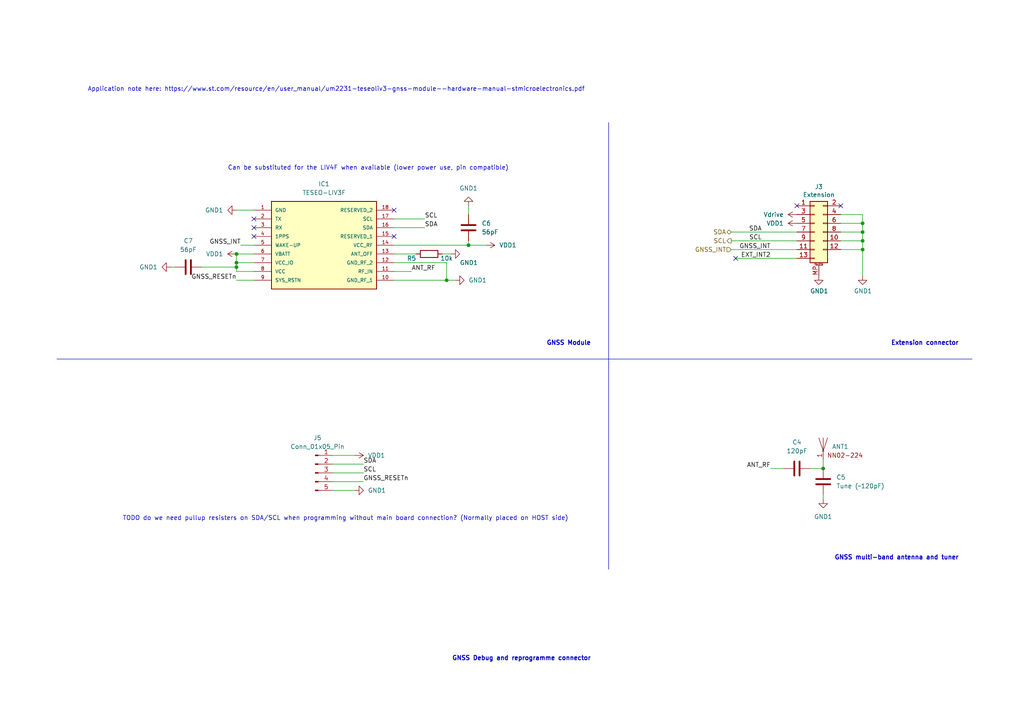
<source format=kicad_sch>
(kicad_sch (version 20230121) (generator eeschema)
  (paper "A4")
  (title_block (title "Herald Wearable GNSS Daughter Board") (rev "0.1") (company "Herald Project") (comment 1 "© 2021-2023 Herald Project Contributors") (comment 2 "Licensed under CERN-OHL-P version 2"))
  (lib_symbols
    (symbol "Connector:Conn_01x05_Pin" (pin_names (offset 1.016) hide)
      (property "Reference" "J" (at 0 7.62 0))
      (property "Value" "Conn_01x05_Pin" (at 0 -7.62 0))
      (symbol "Conn_01x05_Pin_1_1"
        (polyline (pts (xy 1.27 -5.08) (xy 0.8636 -5.08)) (stroke (width 0.1524)))
        (polyline (pts (xy 1.27 -2.54) (xy 0.8636 -2.54)) (stroke (width 0.1524)))
        (polyline (pts (xy 1.27 0) (xy 0.8636 0)) (stroke (width 0.1524)))
        (polyline (pts (xy 1.27 2.54) (xy 0.8636 2.54)) (stroke (width 0.1524)))
        (polyline (pts (xy 1.27 5.08) (xy 0.8636 5.08)) (stroke (width 0.1524)))
        (rectangle (start 0.8636 -4.953) (end 0 -5.207) (stroke (width 0.1524)) (fill (type outline)))
        (rectangle (start 0.8636 -2.413) (end 0 -2.667) (stroke (width 0.1524)) (fill (type outline)))
        (rectangle (start 0.8636 0.127) (end 0 -0.127) (stroke (width 0.1524)) (fill (type outline)))
        (rectangle (start 0.8636 2.667) (end 0 2.413) (stroke (width 0.1524)) (fill (type outline)))
        (rectangle (start 0.8636 5.207) (end 0 4.953) (stroke (width 0.1524)) (fill (type outline)))
        (pin passive line (at 5.08 5.08 180) (length 3.81) (name "Pin_1") (number "1"))
        (pin passive line (at 5.08 2.54 180) (length 3.81) (name "Pin_2") (number "2"))
        (pin passive line (at 5.08 0 180) (length 3.81) (name "Pin_3") (number "3"))
        (pin passive line (at 5.08 -2.54 180) (length 3.81) (name "Pin_4") (number "4"))
        (pin passive line (at 5.08 -5.08 180) (length 3.81) (name "Pin_5") (number "5"))
      )
    )
    (symbol "Connector_Generic_MountingPin:Conn_2Rows-13Pins_MountingPin" (pin_names (offset 1.016) hide)
      (property "Reference" "J" (at 1.27 10.16 0))
      (property "Value" "Conn_2Rows-13Pins_MountingPin" (at 2.54 -10.16 0))
      (symbol "Conn_2Rows-13Pins_MountingPin_1_1"
        (rectangle (start -1.27 -7.493) (end 0 -7.747) (stroke (width 0.1524)))
        (rectangle (start -1.27 -4.953) (end 0 -5.207) (stroke (width 0.1524)))
        (rectangle (start -1.27 -2.413) (end 0 -2.667) (stroke (width 0.1524)))
        (rectangle (start -1.27 0.127) (end 0 -0.127) (stroke (width 0.1524)))
        (rectangle (start -1.27 2.667) (end 0 2.413) (stroke (width 0.1524)))
        (rectangle (start -1.27 5.207) (end 0 4.953) (stroke (width 0.1524)))
        (rectangle (start -1.27 7.747) (end 0 7.493) (stroke (width 0.1524)))
        (rectangle (start -1.27 8.89) (end 3.81 -8.89) (stroke (width 0.254)) (fill (type background)))
        (polyline (pts (xy 0.254 -9.652) (xy 2.286 -9.652)) (stroke (width 0.1524)))
        (rectangle (start 3.81 -4.953) (end 2.54 -5.207) (stroke (width 0.1524)))
        (rectangle (start 3.81 -2.413) (end 2.54 -2.667) (stroke (width 0.1524)))
        (rectangle (start 3.81 0.127) (end 2.54 -0.127) (stroke (width 0.1524)))
        (rectangle (start 3.81 2.667) (end 2.54 2.413) (stroke (width 0.1524)))
        (rectangle (start 3.81 5.207) (end 2.54 4.953) (stroke (width 0.1524)))
        (rectangle (start 3.81 7.747) (end 2.54 7.493) (stroke (width 0.1524)))
        (text "Mounting" (at 1.27 -9.271 0) (effects (font (size 0.381 0.381))))
        (pin passive line (at -5.08 7.62 0) (length 3.81) (name "Pin_1") (number "1"))
        (pin passive line (at 7.62 -2.54 180) (length 3.81) (name "Pin_10") (number "10"))
        (pin passive line (at -5.08 -5.08 0) (length 3.81) (name "Pin_11") (number "11"))
        (pin passive line (at 7.62 -5.08 180) (length 3.81) (name "Pin_12") (number "12"))
        (pin passive line (at -5.08 -7.62 0) (length 3.81) (name "Pin_13") (number "13"))
        (pin passive line (at 7.62 7.62 180) (length 3.81) (name "Pin_2") (number "2"))
        (pin passive line (at -5.08 5.08 0) (length 3.81) (name "Pin_3") (number "3"))
        (pin passive line (at 7.62 5.08 180) (length 3.81) (name "Pin_4") (number "4"))
        (pin passive line (at -5.08 2.54 0) (length 3.81) (name "Pin_5") (number "5"))
        (pin passive line (at 7.62 2.54 180) (length 3.81) (name "Pin_6") (number "6"))
        (pin passive line (at -5.08 0 0) (length 3.81) (name "Pin_7") (number "7"))
        (pin passive line (at 7.62 0 180) (length 3.81) (name "Pin_8") (number "8"))
        (pin passive line (at -5.08 -2.54 0) (length 3.81) (name "Pin_9") (number "9"))
        (pin passive line (at 1.27 -12.7 90) (length 3.048) (name "MountPin") (number "MP"))
      )
    )
    (symbol "Device:C" (pin_numbers hide) (pin_names (offset 0.254))
      (property "Reference" "C" (at 0.635 2.54 0))
      (property "Value" "C" (at 0.635 -2.54 0))
      (symbol "C_0_1"
        (polyline (pts (xy -2.032 -0.762) (xy 2.032 -0.762)) (stroke (width 0.508)))
        (polyline (pts (xy -2.032 0.762) (xy 2.032 0.762)) (stroke (width 0.508)))
      )
      (symbol "C_1_1"
        (pin passive line (at 0 3.81 270) (length 2.794) (name "~") (number "1"))
        (pin passive line (at 0 -3.81 90) (length 2.794) (name "~") (number "2"))
      )
    )
    (symbol "Device:R" (pin_numbers hide) (pin_names (offset 0))
      (property "Reference" "R" (at 2.032 0 90))
      (property "Value" "R" (at 0 0 90))
      (symbol "R_0_1"
        (rectangle (start -1.016 -2.54) (end 1.016 2.54) (stroke (width 0.254)))
      )
      (symbol "R_1_1"
        (pin passive line (at 0 3.81 270) (length 1.27) (name "~") (number "1"))
        (pin passive line (at 0 -3.81 90) (length 1.27) (name "~") (number "2"))
      )
    )
    (symbol "Herald_Extras:TESEO-LIV3F" (pin_names (offset 1.016))
      (property "Reference" "IC" (at 6.35 5.08 0))
      (property "Value" "TESEO-LIV3F" (at 26.67 -25.4 0))
      (symbol "TESEO-LIV3F_0_0"
        (rectangle (start 5.08 -22.86) (end 35.56 2.54) (stroke (width 0.254)) (fill (type background)))
        (pin bidirectional line (at 0 0 0) (length 5.08) (name "GND") (number "1"))
        (pin bidirectional line (at 40.64 -20.32 180) (length 5.08) (name "GND_RF_1") (number "10"))
        (pin bidirectional line (at 40.64 -17.78 180) (length 5.08) (name "RF_IN") (number "11"))
        (pin bidirectional line (at 40.64 -15.24 180) (length 5.08) (name "GND_RF_2") (number "12"))
        (pin bidirectional line (at 40.64 -12.7 180) (length 5.08) (name "ANT_OFF") (number "13"))
        (pin bidirectional line (at 40.64 -10.16 180) (length 5.08) (name "VCC_RF") (number "14"))
        (pin bidirectional line (at 40.64 -7.62 180) (length 5.08) (name "RESERVED_1") (number "15"))
        (pin bidirectional line (at 40.64 -5.08 180) (length 5.08) (name "SDA") (number "16"))
        (pin bidirectional line (at 40.64 -2.54 180) (length 5.08) (name "SCL") (number "17"))
        (pin bidirectional line (at 40.64 0 180) (length 5.08) (name "RESERVED_2") (number "18"))
        (pin bidirectional line (at 0 -2.54 0) (length 5.08) (name "TX") (number "2"))
        (pin bidirectional line (at 0 -5.08 0) (length 5.08) (name "RX") (number "3"))
        (pin bidirectional line (at 0 -7.62 0) (length 5.08) (name "1PPS") (number "4"))
        (pin bidirectional line (at 0 -10.16 0) (length 5.08) (name "WAKE-UP") (number "5"))
        (pin bidirectional line (at 0 -12.7 0) (length 5.08) (name "VBATT") (number "6"))
        (pin bidirectional line (at 0 -15.24 0) (length 5.08) (name "VCC_IO") (number "7"))
        (pin bidirectional line (at 0 -17.78 0) (length 5.08) (name "VCC") (number "8"))
        (pin bidirectional line (at 0 -20.32 0) (length 5.08) (name "SYS_RSTN") (number "9"))
      )
    )
    (symbol "Herald_Extras:VDD1" (power) (pin_names (offset 0))
      (property "Value" "VDD1" (at 0 3.81 0))
      (symbol "VDD1_0_1"
        (polyline (pts (xy -0.762 1.27) (xy 0 2.54)))
        (polyline (pts (xy 0 0) (xy 0 2.54)))
        (polyline (pts (xy 0 2.54) (xy 0.762 1.27)))
      )
      (symbol "VDD1_1_1"
        (pin power_in line (at 0 0 90) (length 0) hide (name "VDD1") (number "1"))
      )
    )
    (symbol "NN02-224_1"
      (property "Reference" "ANT" (at 5.08 1.27 0))
      (symbol "NN02-224_1_0_1"
        (rectangle (start 10.16 -2.54) (end 10.16 -2.54))
      )
      (symbol "NN02-224_1_1_1"
        (polyline (pts (xy 0 0) (xy -1.27 3.81)))
        (polyline (pts (xy 0 0) (xy 0 3.81)))
        (polyline (pts (xy 0 0) (xy 1.27 3.81)))
        (text private "Application Note for GNSS here:-\nhttps://ignion.io/files/AN_GPS-GLONASS-and-BeiDou-in-a-single-antenna.pdf" (at 1.27 -13.97 0) (effects (font (size 0.9 0.9))))
        (text "NN02-224" (at 6.35 -1.27 0) (effects (font (size 1.27 1.27))))
        (text private "RUN mXTEND" (at 8.89 -7.62 0) (effects (font (size 1.27 1.27))))
        (text private "Symbol provided by The Herald Project\nhttps://github.com/theheraldproject/herald-hardware" (at 1.27 -17.78 0) (effects (font (size 0.9 0.9))))
        (pin bidirectional line (at 0 -2.54 90) (length 2.54) (name "") (number "1"))
      )
    )
    (symbol "power:GND1" (power) (pin_names (offset 0))
      (property "Value" "GND1" (at 0 -3.81 0))
      (symbol "GND1_0_1"
        (polyline (pts (xy 0 0) (xy 0 -1.27) (xy 1.27 -1.27) (xy 0 -2.54) (xy -1.27 -1.27) (xy 0 -1.27)))
      )
      (symbol "GND1_1_1"
        (pin power_in line (at 0 0 270) (length 0) hide (name "GND1") (number "1"))
      )
    )
    (symbol "power:Vdrive" (power) (pin_names (offset 0))
      (property "Value" "Vdrive" (at 0 3.81 0))
      (symbol "Vdrive_0_1"
        (polyline (pts (xy -0.762 1.27) (xy 0 2.54)))
        (polyline (pts (xy 0 0) (xy 0 2.54)))
        (polyline (pts (xy 0 2.54) (xy 0.762 1.27)))
      )
      (symbol "Vdrive_1_1"
        (pin power_in line (at 0 0 90) (length 0) hide (name "Vdrive") (number "1"))
      )
    )
  )
  (junction (at 135.89 71.12))
  (junction (at 250.19 67.31))
  (junction (at 129.54 81.28))
  (junction (at 250.19 72.39))
  (junction (at 238.76 135.89))
  (junction (at 68.58 76.2))
  (junction (at 68.58 73.66))
  (junction (at 68.58 77.47))
  (junction (at 250.19 64.77))
  (junction (at 250.19 69.85))
  (no_connect (at 73.66 68.58))
  (no_connect (at 114.3 68.58))
  (no_connect (at 114.3 60.96))
  (no_connect (at 73.66 63.5))
  (no_connect (at 243.84 59.69))
  (no_connect (at 213.36 74.93))
  (no_connect (at 73.66 66.04))
  (no_connect (at 231.14 59.69))
  (wire (pts (xy 213.36 74.93) (xy 231.14 74.93)))
  (wire (pts (xy 68.58 60.96) (xy 73.66 60.96)))
  (wire (pts (xy 212.09 67.31) (xy 231.14 67.31)))
  (wire (pts (xy 68.58 73.66) (xy 73.66 73.66)))
  (wire (pts (xy 250.19 62.23) (xy 250.19 64.77)))
  (wire (pts (xy 250.19 72.39) (xy 250.19 80.01)))
  (wire (pts (xy 223.52 135.89) (xy 227.33 135.89)))
  (wire (pts (xy 238.76 133.35) (xy 238.76 135.89)))
  (wire (pts (xy 49.53 77.47) (xy 50.8 77.47)))
  (wire (pts (xy 58.42 77.47) (xy 68.58 77.47)))
  (polyline (pts (xy 176.53 35.56) (xy 176.53 165.1)))
  (wire (pts (xy 212.09 69.85) (xy 231.14 69.85)))
  (wire (pts (xy 212.09 72.39) (xy 231.14 72.39)))
  (wire (pts (xy 114.3 66.04) (xy 123.19 66.04)))
  (wire (pts (xy 135.89 59.69) (xy 135.89 62.23)))
  (polyline (pts (xy 16.51 104.14) (xy 281.94 104.14)))
  (wire (pts (xy 68.58 81.28) (xy 73.66 81.28)))
  (wire (pts (xy 68.58 76.2) (xy 68.58 77.47)))
  (wire (pts (xy 250.19 69.85) (xy 250.19 72.39)))
  (wire (pts (xy 96.52 134.62) (xy 105.41 134.62)))
  (wire (pts (xy 135.89 71.12) (xy 140.97 71.12)))
  (wire (pts (xy 114.3 78.74) (xy 119.38 78.74)))
  (wire (pts (xy 243.84 67.31) (xy 250.19 67.31)))
  (wire (pts (xy 250.19 64.77) (xy 250.19 67.31)))
  (wire (pts (xy 243.84 72.39) (xy 250.19 72.39)))
  (wire (pts (xy 234.95 135.89) (xy 238.76 135.89)))
  (wire (pts (xy 250.19 69.85) (xy 243.84 69.85)))
  (wire (pts (xy 96.52 142.24) (xy 102.87 142.24)))
  (wire (pts (xy 114.3 71.12) (xy 135.89 71.12)))
  (wire (pts (xy 96.52 132.08) (xy 102.87 132.08)))
  (wire (pts (xy 250.19 64.77) (xy 243.84 64.77)))
  (wire (pts (xy 96.52 137.16) (xy 105.41 137.16)))
  (wire (pts (xy 68.58 73.66) (xy 68.58 76.2)))
  (wire (pts (xy 114.3 63.5) (xy 123.19 63.5)))
  (wire (pts (xy 69.85 71.12) (xy 73.66 71.12)))
  (wire (pts (xy 68.58 76.2) (xy 73.66 76.2)))
  (wire (pts (xy 114.3 76.2) (xy 129.54 76.2)))
  (wire (pts (xy 243.84 62.23) (xy 250.19 62.23)))
  (wire (pts (xy 238.76 144.78) (xy 238.76 143.51)))
  (wire (pts (xy 68.58 77.47) (xy 68.58 78.74)))
  (wire (pts (xy 68.58 78.74) (xy 73.66 78.74)))
  (wire (pts (xy 128.27 73.66) (xy 130.81 73.66)))
  (wire (pts (xy 114.3 73.66) (xy 120.65 73.66)))
  (wire (pts (xy 96.52 139.7) (xy 105.41 139.7)))
  (wire (pts (xy 114.3 81.28) (xy 129.54 81.28)))
  (wire (pts (xy 250.19 67.31) (xy 250.19 69.85)))
  (wire (pts (xy 129.54 76.2) (xy 129.54 81.28)))
  (wire (pts (xy 135.89 69.85) (xy 135.89 71.12)))
  (wire (pts (xy 132.08 81.28) (xy 129.54 81.28)))
  (text "Application note here: https://www.st.com/resource/en/user_manual/um2231-teseoliv3-gnss-module--hardware-manual-stmicroelectronics.pdf" (at 25.4 26.67 0) (effects (font (size 1.27 1.27)) (justify left bottom)))
  (text "GNSS Debug and reprogramme connector" (at 171.45 191.77 0) (effects (font (size 1.27 1.27) (thickness 0.254) bold) (justify right bottom)))
  (text "Can be substituted for the LIV4F when available (lower power use, pin compatible)" (at 66.04 49.53 0) (effects (font (size 1.27 1.27)) (justify left bottom)))
  (text "Extension connector" (at 278.13 100.33 0) (effects (font (size 1.27 1.27) (thickness 0.254) bold) (justify right bottom)))
  (text "GNSS Module" (at 171.45 100.33 0) (effects (font (size 1.27 1.27) (thickness 0.254) bold) (justify right bottom)))
  (text "GNSS multi-band antenna and tuner" (at 278.13 162.56 0) (effects (font (size 1.27 1.27) (thickness 0.254) bold) (justify right bottom)))
  (text "TODO do we need pullup resisters on SDA/SCL when programming without main board connection? (Normally placed on HOST side)" (at 35.56 151.13 0) (effects (font (size 1.27 1.27)) (justify left bottom)))
  (label "SDA" (at 220.98 67.31 180))
  (label "GNSS_RESETn" (at 68.58 81.28 180))
  (label "SCL" (at 123.19 63.5 0))
  (label "SDA" (at 123.19 66.04 0))
  (label "GNSS_INT" (at 69.85 71.12 180))
  (label "EXT_INT2" (at 223.52 74.93 180))
  (label "SCL" (at 105.41 137.16 0))
  (label "SCL" (at 220.98 69.85 180))
  (label "ANT_RF" (at 119.38 78.74 0))
  (label "GNSS_RESETn" (at 105.41 139.7 0))
  (label "SDA" (at 105.41 134.62 0))
  (label "ANT_RF" (at 223.52 135.89 180))
  (label "GNSS_INT" (at 223.52 72.39 180))
  (hierarchical_label "SDA" (shape bidirectional) (at 212.09 67.31 180))
  (hierarchical_label "GNSS_INT" (shape input) (at 212.09 72.39 180))
  (hierarchical_label "SCL" (shape output) (at 212.09 69.85 180))
  (symbol (lib_id "Device:C") (at 238.76 139.7 0) (unit 1)
    (property "Reference" "C5" (at 242.57 138.43 0) (effects (justify left)))
    (property "Value" "Tune (~120pF)" (at 242.57 140.97 0) (effects (justify left)))
  )
  (symbol (lib_id "Device:C") (at 54.61 77.47 270) (unit 1)
    (property "Reference" "C7" (at 54.61 69.85 90))
    (property "Value" "56pF" (at 54.61 72.39 90))
  )
  (symbol (lib_id "power:GND1") (at 68.58 60.96 270) (unit 1)
    (property "Reference" "#PWR064" (effects hide))
    (property "Value" "GND1" (at 64.77 60.96 90) (effects (justify right)))
  )
  (symbol (lib_id "power:GND1") (at 102.87 142.24 90) (unit 1)
    (property "Reference" "#PWR072" (effects hide))
    (property "Value" "GND1" (at 106.68 142.24 90) (effects (justify right)))
  )
  (symbol (lib_id "Herald_Extras:VDD1") (at 102.87 132.08 270) (unit 1)
    (property "Reference" "#PWR073" (effects hide))
    (property "Value" "VDD1" (at 106.68 132.08 90) (effects (justify left)))
  )
  (symbol (lib_id "Connector_Generic_MountingPin:Conn_2Rows-13Pins_MountingPin") (at 236.22 67.31 0) (unit 1)
    (property "Reference" "J3" (at 237.49 54.1782 0))
    (property "Value" "Extension" (at 237.49 56.4896 0))
    (property "Footprint" "Herald_Extras:TE_1-2328724-3_2Rows_13Pins_P0.3mm_Horizontal" (effects hide))
    (property "Datasheet" "https://www.te.com/commerce/DocumentDelivery/DDEController?Action=showdoc&DocId=Customer+Drawing%7F2328724%7F3%7Fpdf%7FEnglish%7FENG_CD_2328724_3.pdf%7F1-2328724-3" (effects hide))
    (property "Description" "FPC Connector" (effects hide))
    (property "MPN" "1-2328724-3" (effects hide))
    (instances (project "wearable" (path "" (reference "J3") (unit 1)) (path "" (reference "J?") (unit 1)) (path "" (reference "J4") (unit 1))))
  )
  (symbol (lib_id "power:GND1") (at 250.19 80.01 0) (unit 1)
    (property "Reference" "#PWR037" (effects hide))
    (property "Value" "GND1" (at 250.317 84.4042 0))
    (instances (project "wearable" (path "" (reference "#PWR037") (unit 1)) (path "" (reference "#PWR062") (unit 1))))
  )
  (symbol (lib_id "Device:C") (at 135.89 66.04 0) (unit 1)
    (property "Reference" "C6" (at 139.7 64.77 0) (effects (justify left)))
    (property "Value" "56pF" (at 139.7 67.31 0) (effects (justify left)))
  )
  (symbol (lib_id "power:GND1") (at 238.76 144.78 0) (unit 1)
    (property "Reference" "#PWR065" (effects hide))
    (property "Value" "GND1" (at 238.76 149.86 0))
  )
  (symbol (lib_id "power:GND1") (at 49.53 77.47 270) (unit 1)
    (property "Reference" "#PWR069" (effects hide))
    (property "Value" "GND1" (at 45.72 77.47 90) (effects (justify right)))
  )
  (symbol (lib_id "power:GND1") (at 132.08 81.28 90) (unit 1)
    (property "Reference" "#PWR063" (effects hide))
    (property "Value" "GND1" (at 135.89 81.28 90) (effects (justify right)))
  )
  (symbol (lib_id "Herald_Extras:VDD1") (at 68.58 73.66 90) (unit 1)
    (property "Reference" "#PWR067" (effects hide))
    (property "Value" "VDD1" (at 64.77 73.66 90) (effects (justify left)))
  )
  (symbol (lib_id "power:GND1") (at 135.89 59.69 180) (unit 1)
    (property "Reference" "#PWR068" (effects hide))
    (property "Value" "GND1" (at 135.89 54.61 0))
  )
  (symbol (lib_id "power:Vdrive") (at 231.14 62.23 90) (unit 1)
    (property "Reference" "#PWR0118" (effects hide))
    (property "Value" "Vdrive" (at 227.33 62.23 90) (effects (justify left)))
    (instances (project "wearable" (path "" (reference "#PWR0118") (unit 1)) (path "" (reference "#PWR039") (unit 1))))
  )
  (symbol (lib_id "Device:C") (at 231.14 135.89 90) (unit 1)
    (property "Reference" "C4" (at 231.14 128.27 90))
    (property "Value" "120pF" (at 231.14 130.81 90))
  )
  (symbol (lib_id "power:GND1") (at 130.81 73.66 90) (unit 1)
    (property "Reference" "#PWR071" (effects hide))
    (property "Value" "GND1" (at 133.35 76.2 90) (effects (justify right)))
  )
  (symbol (lib_id "power:GND1") (at 237.49 80.01 0) (unit 1)
    (property "Reference" "#PWR033" (effects hide))
    (property "Value" "GND1" (at 237.617 84.4042 0))
    (instances (project "wearable" (path "" (reference "#PWR033") (unit 1)) (path "" (reference "#PWR041") (unit 1))))
  )
  (symbol (lib_name "NN02-224_1") (lib_id "Herald_Extras:NN02-224") (at 238.76 130.81 0) (unit 1)
    (property "Reference" "ANT1" (at 241.3 129.54 0) (effects (justify left)))
    (property "Value" "~" (at 238.76 130.81 0))
  )
  (symbol (lib_id "Herald_Extras:TESEO-LIV3F") (at 73.66 60.96 0) (unit 1)
    (property "Reference" "IC1" (at 93.98 53.34 0))
    (property "Value" "TESEO-LIV3F" (at 93.98 55.88 0))
    (property "Footprint" "SON110P970X1010X230-18N" (effects hide))
    (property "MANUFACTURER_NAME" "STMicroelectronics" (effects hide))
    (property "MOUSER_PRICE-STOCK" "https://www.mouser.com/Search/Refine.aspx?Keyword=511-TESEO-LIV3F" (effects hide))
    (property "DESCRIPTION" "GPS Modules Tiny GNSS module" (effects hide))
    (property "MOUSER_PART_NUMBER" "511-TESEO-LIV3F" (effects hide))
    (property "HEIGHT" "2.3mm" (effects hide))
    (property "MANUFACTURER_PART_NUMBER" "TESEO-LIV3F" (effects hide))
  )
  (symbol (lib_id "Connector:Conn_01x05_Pin") (at 91.44 137.16 0) (unit 1)
    (property "Reference" "J5" (at 92.075 127 0))
    (property "Value" "Conn_01x05_Pin" (at 92.075 129.54 0))
  )
  (symbol (lib_id "Device:R") (at 124.46 73.66 90) (unit 1)
    (property "Reference" "R5" (at 119.38 74.93 90))
    (property "Value" "10k" (at 129.54 74.93 90))
  )
  (symbol (lib_id "Herald_Extras:VDD1") (at 140.97 71.12 270) (unit 1)
    (property "Reference" "#PWR066" (effects hide))
    (property "Value" "VDD1" (at 144.78 71.12 90) (effects (justify left)))
  )
  (symbol (lib_id "Herald_Extras:VDD1") (at 231.14 64.77 90) (unit 1)
    (property "Reference" "#PWR036" (effects hide))
    (property "Value" "VDD1" (at 227.33 64.77 90) (effects (justify left)))
    (instances (project "wearable" (path "" (reference "#PWR036") (unit 1)) (path "" (reference "#PWR040") (unit 1))))
  )
)
</source>
